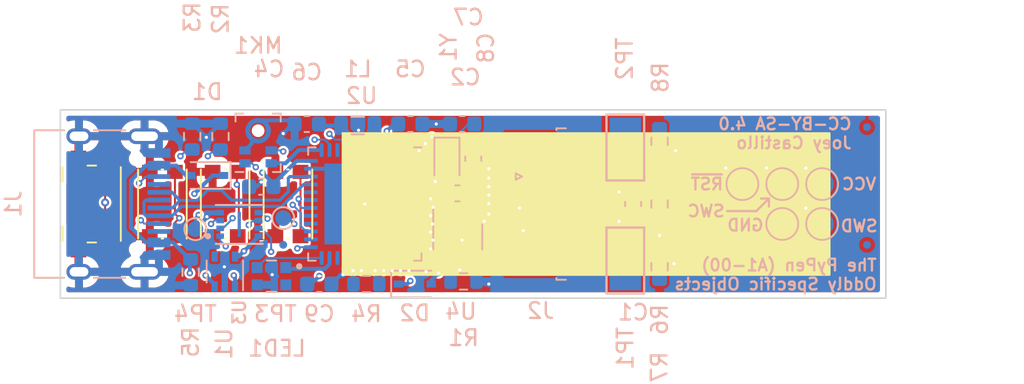
<source format=kicad_pcb>
(kicad_pcb (version 20211014) (generator pcbnew)
  (title_block (title "Stick thing") (date "2022-03-05") (rev "00") (company "Oddly Specific Objects"))
  (layers (0 "F.Cu" signal) (1 "In1.Cu" signal) (2 "In2.Cu" signal) (3 "In3.Cu" signal) (4 "In4.Cu" signal) (31 "B.Cu" signal) (34 "B.Paste" user) (35 "F.Paste" user) (36 "B.SilkS" user "B.Silkscreen") (37 "F.SilkS" user "F.Silkscreen") (38 "B.Mask" user) (39 "F.Mask" user) (44 "Edge.Cuts" user))
  (net 0 "")
  (net 1 "GND")
  (net 2 "/XIN32")
  (net 5 "VBUS")
  (net 6 "+BATT")
  (net 8 "/~{RESET}")
  (net 9 "/USB+")
  (net 10 "/USB-")
  (net 11 "/CC1")
  (net 12 "/CC2")
  (net 13 "/DISPLAY_SCK")
  (net 14 "/DISPLAY_MOSI")
  (net 15 "/DISPLAY_CS")
  (net 16 "/DISPLAY_EXTCOMIN")
  (net 17 "/DISPLAY_ENABLE")
  (net 18 "/SWCLK")
  (net 19 "/SWDIO")
  (net 20 "/XOUT32")
  (net 22 "/AUDIO+")
  (net 23 "/AUDIO-")
  (net 24 "/VSW")
  (net 25 "VCC")
  (net 27 "/MIC_POWER")
  (net 29 "/PROG")
  (net 30 "/QSPI_CS")
  (net 31 "/BUTTON_C")
  (net 32 "/QSPI0")
  (net 33 "/QSPI1")
  (net 34 "/QSPI2")
  (net 35 "/QSPI3")
  (net 36 "/QSPI_SCK")
  (net 43 "/PDM_DATA")
  (net 44 "/PDM_CLK")
  (net 46 "/LED_POWER")
  (net 47 "/NEOPIXEL")
  (net 48 "/VHI")
  (net 49 "/BUTTON_B")
  (net 50 "/BUTTON_A")
  (net 52 "/VDDCORE")
  (footprint "Button_Switch_SMD:SW_Push_1P1T_NO_CK_KMR2" (layer "F.Cu") (at 106.5 106 90)
    (fp_text reference "SW2" hide)
    (fp_text value "SW_Push" hide)
  )
  (footprint "Button_Switch_SMD:SW_Push_1P1T_NO_CK_KMR2" (layer "F.Cu") (at 110.5 106 90)
    (fp_text reference "SW3" hide)
    (fp_text value "SW_Push" hide)
  )
  (footprint "Button_Switch_SMD:SW_Push_1P1T_NO_CK_KMR2" (layer "F.Cu") (at 114.5 106 90)
    (fp_text reference "SW4" hide)
    (fp_text value "SW_Push" hide)
  )
  (footprint "Button_Switch_SMD:Panasonic_EVQPUJ_EVQPUA" (layer "F.Cu") (at 102 106 90)
    (fp_text reference "SW1" hide)
    (fp_text value "SW_Push" hide)
  )
  (footprint "Capacitor_SMD:C_0603_1608Metric" (layer "B.Cu") (at 112.8 104.9)
    (fp_text reference "C4")
    (fp_text value "1uF")
  )
  (footprint "Connector_FFC-FPC:TE_0-1734839-8_1x08-1MP_P0.5mm_Horizontal" (layer "B.Cu") (at 129.57 106 -90)
    (fp_text reference "J2")
    (fp_text value "Conn_01x08_Female")
  )
  (footprint "Sensor_Audio:Knowles_LGA-5_3.5x2.65mm" (layer "B.Cu") (at 112.6 102.1)
    (fp_text reference "MK1")
    (fp_text value "SPH0641LU4H-1")
  )
  (footprint "Resistor_SMD:R_0603_1608Metric" (layer "B.Cu") (at 125.69 110.93 180)
    (fp_text reference "R1")
    (fp_text value "20K")
  )
  (footprint "Oddly_Specific:Debug_Connector_Stacked" (layer "B.Cu") (at 146 106 -90)
    (fp_text reference "J3" hide)
    (fp_text value "Debug_Connector" hide)
  )
  (footprint "Diode_SMD:D_SOD-323" (layer "B.Cu") (at 109.35 104.18 180)
    (fp_text reference "D1")
    (fp_text value "D_Schottky")
  )
  (footprint "Resistor_SMD:R_0603_1608Metric" (layer "B.Cu") (at 110.2 101.7 90)
    (fp_text reference "R2")
    (fp_text value "5.1k")
  )
  (footprint "Inductor_SMD:L_0805_2012Metric" (layer "B.Cu") (at 118.95 101 180)
    (fp_text reference "L1")
    (fp_text value "10uH / Isat ≥ 500mA")
  )
  (footprint "Resistor_SMD:R_0603_1608Metric" (layer "B.Cu") (at 138.18 106 -90)
    (fp_text reference "R6")
    (fp_text value "10K")
  )
  (footprint "Diode_SMD:D_SOD-323" (layer "B.Cu") (at 122.58 111.1)
    (fp_text reference "D2")
    (fp_text value "D_Schottky")
  )
  (footprint "Connector_USB:USB_C_Receptacle_HRO_TYPE-C-31-M-12" (layer "B.Cu") (at 102.234 106 90)
    (fp_text reference "J1")
    (fp_text value "USB_C_Receptacle_USB2.0")
  )
  (footprint "Resistor_SMD:R_0603_1608Metric" (layer "B.Cu") (at 108.4 101.7 90)
    (fp_text reference "R3")
    (fp_text value "5.1k")
  )
  (footprint "Package_TO_SOT_SMD:SOT-23-5" (layer "B.Cu") (at 125.32 108.1 -90)
    (fp_text reference "U4")
    (fp_text value "MCP73831-2-OT")
  )
  (footprint "TestPoint:TestPoint_Pad_D1.0mm" (layer "B.Cu") (at 108.6 107.6 -90)
    (fp_text reference "TP4")
    (fp_text value "TestPoint")
  )
  (footprint "TestPoint:TestPoint_Keystone_5019_Minature" (layer "B.Cu") (at 136 109.6 90)
    (fp_text reference "TP1")
    (fp_text value "TestPoint")
  )
  (footprint "Resistor_SMD:R_0603_1608Metric" (layer "B.Cu") (at 138.18 110 90)
    (fp_text reference "R7")
    (fp_text value "10K")
  )
  (footprint "LED_SMD:LED_WS2812B_2.0x2.0mm" (layer "B.Cu") (at 113.45 110.6 180)
    (fp_text reference "LED1")
    (fp_text value "WS2812B")
  )
  (footprint "Crystal:Crystal_SMD_2012-2Pin_2.0x1.2mm" (layer "B.Cu") (at 124.63 102.97 -90)
    (fp_text reference "Y1")
    (fp_text value "32.768 kHz / CL=12.5pF")
  )
  (footprint "Capacitor_SMD:C_0603_1608Metric" (layer "B.Cu") (at 122.3 100.9 180)
    (fp_text reference "C5")
    (fp_text value "1uF")
  )
  (footprint "Fiducial:Fiducial_0.5mm_Mask1mm" (layer "B.Cu") (at 151.4 101.1 180)
    (fp_text reference "REF**" hide)
    (fp_text value "Fiducial_0.5mm_Mask1mm")
  )
  (footprint "Resistor_SMD:R_0603_1608Metric" (layer "B.Cu") (at 138.18 102 90)
    (fp_text reference "R8")
    (fp_text value "DNP")
  )
  (footprint "Package_DFN_QFN:QFN-48-1EP_7x7mm_P0.5mm_EP5.15x5.15mm" (layer "B.Cu") (at 119.4 106 180)
    (fp_text reference "U2")
    (fp_text value "ATSAML21G18B-MUT")
  )
  (footprint "Fiducial:Fiducial_0.5mm_Mask1mm" (layer "B.Cu") (at 151.4 108.6 180)
    (fp_text reference "REF**" hide)
    (fp_text value "Fiducial_0.5mm_Mask1mm")
  )
  (footprint "Package_TO_SOT_SMD:SOT-353_SC-70-5" (layer "B.Cu") (at 110.48 110.3 90)
    (fp_text reference "U1")
    (fp_text value "MIC5365-3.3YC5")
  )
  (footprint "TestPoint:TestPoint_Pad_D1.0mm" (layer "B.Cu") (at 114.2 106.9 180)
    (fp_text reference "TP3")
    (fp_text value "TestPoint")
  )
  (footprint "Capacitor_SMD:C_0603_1608Metric" (layer "B.Cu") (at 126.31 103.11 -90)
    (fp_text reference "C8")
    (fp_text value "TBD")
  )
  (footprint "Capacitor_SMD:C_0603_1608Metric" (layer "B.Cu") (at 136.5 106 90)
    (fp_text reference "C1")
    (fp_text value "10uF")
  )
  (footprint "Capacitor_SMD:C_0603_1608Metric" (layer "B.Cu") (at 115.7 100.9 180)
    (fp_text reference "C6")
    (fp_text value "1uF")
  )
  (footprint "Capacitor_SMD:C_0603_1608Metric" (layer "B.Cu") (at 125.6 100.9 180)
    (fp_text reference "C7")
    (fp_text value "TBD")
  )
  (footprint "SPI_Flash:PSON50P200X300X50-9N" (layer "B.Cu") (at 111.4 107.3)
    (fp_text reference "U3")
    (fp_text value "GD25Q16CEIGR")
  )
  (footprint "Capacitor_SMD:C_0603_1608Metric" (layer "B.Cu") (at 125.3 105.32 180)
    (fp_text reference "C2")
    (fp_text value "1uF")
  )
  (footprint "Capacitor_SMD:C_0603_1608Metric" (layer "B.Cu") (at 116.5 111.1)
    (fp_text reference "C9")
    (fp_text value "10uF")
  )
  (footprint "Fiducial:Fiducial_0.5mm_Mask1mm" (layer "B.Cu") (at 114.2 108.6 180)
    (fp_text reference "REF**" hide)
    (fp_text value "Fiducial_0.5mm_Mask1mm")
  )
  (footprint "TestPoint:TestPoint_Keystone_5019_Minature" (layer "B.Cu") (at 136 102.4 90)
    (fp_text reference "TP2")
    (fp_text value "TestPoint")
  )
  (footprint "Resistor_SMD:R_0603_1608Metric" (layer "B.Cu") (at 108.3 110.35 90)
    (fp_text reference "R5")
    (fp_text value "100K")
  )
  (footprint "Resistor_SMD:R_0603_1608Metric" (layer "B.Cu") (at 119.5 111.1)
    (fp_text reference "R4")
    (fp_text value "100K")
  )
  (gr_line (start 144.15 106.45) (end 142.5 106.45) (layer "B.SilkS") (width 0.15))
  (gr_line (start 145.15 105.65) (end 145.15 106.15) (layer "B.SilkS") (width 0.15))
  (gr_line (start 145.15 105.65) (end 144.35 106.45) (layer "B.SilkS") (width 0.15))
  (gr_line (start 145.15 105.65) (end 144.65 105.65) (layer "B.SilkS") (width 0.15))
  (gr_line (start 144.35 106.45) (end 144.15 106.45) (layer "B.SilkS") (width 0.15))
  (gr_rect (start 118 101.5) (end 149 110.5) (layer "F.SilkS") (width 0.15) (fill solid))
  (gr_rect (start 100 100) (end 152.6 112) (layer "Edge.Cuts") (width 0.1) (fill none))
  (gr_text "CC-BY-SA 4.0\nJoey Castillo" (at 150.5 101.5) (layer "B.SilkS") (effects (font (size 0.75 0.75)) (justify left mirror)))
  (gr_text "The PyPen (A1-00)\nOddly Specific Objects" (at 152.1 110.5) (layer "B.SilkS") (effects (font (size 0.75 0.75)) (justify left mirror)))
  (via (at 125.6 108.3) (size 0.4064) (drill 0.2032) (layers "F.Cu" "B.Cu") (net 1))
  (via (at 112.797578 104.59978) (size 0.4064) (drill 0.2032) (layers "F.Cu" "B.Cu") (net 1))
  (via (at 123.95 100.9) (size 0.4064) (drill 0.2032) (layers "F.Cu" "B.Cu") (net 1))
  (via (at 119.4 106) (size 0.4064) (drill 0.2032) (layers "F.Cu" "B.Cu") (net 1))
  (via (at 127.3 111.1) (size 0.4064) (drill 0.2032) (layers "F.Cu" "B.Cu") (net 1))
  (via (at 118 110.5) (size 0.4064) (drill 0.2032) (layers "F.Cu" "B.Cu") (net 1))
  (via (at 109.333878 106.80694) (size 0.4064) (drill 0.2032) (layers "F.Cu" "B.Cu") (net 1))
  (via (at 129.5 107.7) (size 0.4064) (drill 0.2032) (layers "F.Cu" "B.Cu") (net 1))
  (via (at 110.45 110) (size 0.4064) (drill 0.2032) (layers "F.Cu" "B.Cu") (net 1))
  (via (at 135.6 105.225) (size 0.4064) (drill 0.2032) (layers "F.Cu" "B.Cu") (net 1))
  (via (at 119 101.3) (size 0.4064) (drill 0.2032) (layers "F.Cu" "B.Cu") (net 1))
  (via (at 109.3 101.75) (size 0.4064) (drill 0.2032) (layers "F.Cu" "B.Cu") (net 1))
  (via (at 114.2 101.5068) (size 0.4064) (drill 0.2032) (layers "F.Cu" "B.Cu") (net 1))
  (via (at 123.3 110.3) (size 0.4064) (drill 0.2032) (layers "F.Cu" "B.Cu") (net 1))
  (via (at 113.5 110.5) (size 0.4064) (drill 0.2032) (layers "F.Cu" "B.Cu") (net 1))
  (via (at 127.3 103.75) (size 0.4064) (drill 0.2032) (layers "F.Cu" "B.Cu") (net 1))
  (segment (start 110.2 100.875) (end 110.175 100.875) (width 0.254) (layer "B.Cu") (net 1))
  (segment (start 127.3 103.75) (end 126.475 103.75) (width 0.254) (layer "B.Cu") (net 1))
  (segment (start 125.3 108) (end 125.6 108.3) (width 0.254) (layer "B.Cu") (net 1))
  (segment (start 144.73 106) (end 137.73 106) (width 0.254) (layer "B.Cu") (net 1))
  (segment (start 117.875 110.5) (end 117.275 111.1) (width 0.254) (layer "B.Cu") (net 1))
  (segment (start 110.175 100.875) (end 109.3 101.75) (width 0.254) (layer "B.Cu") (net 1))
  (segment (start 118 110.5) (end 117.875 110.5) (width 0.254) (layer "B.Cu") (net 1))
  (segment (start 122.8375 105.25) (end 120.15 105.25) (width 0.254) (layer "B.Cu") (net 1))
  (segment (start 129.45 107.75) (end 129.5 107.7) (width 0.254) (layer "B.Cu") (net 1))
  (segment (start 112.2 102.1445) (end 112.2 102.05) (width 0.254) (layer "B.Cu") (net 1))
  (segment (start 109.333878 106.80694) (end 109.590818 106.55) (width 0.2) (layer "B.Cu") (net 1))
  (segment (start 137.244313 104.994313) (end 137.013626 105.225) (width 0.254) (layer "B.Cu") (net 1))
  (segment (start 138.18 104.058626) (end 137.244313 104.994313) (width 0.254) (layer "B.Cu") (net 1))
  (segment (start 136.5 105.225) (end 135.6 105.225) (width 0.5) (layer "B.Cu") (net 1))
  (segment (start 108.4 100.875) (end 108.425 100.875) (width 0.254) (layer "B.Cu") (net 1))
  (segment (start 125.3 107.1125) (end 125.3 108) (width 0.254) (layer "B.Cu") (net 1))
  (segment (start 120.15 105.25) (end 119.4 106) (width 0.254) (layer "B.Cu") (net 1))
  (segment (start 108.425 100.875) (end 109.3 101.75) (width 0.254) (layer "B.Cu") (net 1))
  (segment (start 136.5 103.7) (end 136.5 105.225) (width 0.5) (layer "B.Cu") (net 1))
  (segment (start 137.013626 105.225) (end 136.5 105.225) (width 0.254) (layer "B.Cu") (net 1))
  (segment (start 112.497358 104.9) (end 112.797578 104.59978) (width 0.254) (layer "B.Cu") (net 1))
  (segment (start 114.925 100.9) (end 114.8068 100.9) (width 0.254) (layer "B.Cu") (net 1))
  (segment (start 119.15 102.5625) (end 119.15 105.75) (width 0.254) (layer "B.Cu") (net 1))
  (segment (start 136 103.2) (end 136.5 103.7) (width 0.254) (layer "B.Cu") (net 1))
  (segment (start 115.9625 103.75) (end 117.15 103.75) (width 0.254) (layer "B.Cu") (net 1))
  (segment (start 136.955 105.225) (end 136.5 105.225) (width 0.254) (layer "B.Cu") (net 1))
  (segment (start 146 107.27) (end 144.73 106) (width 0.254) (layer "B.Cu") (net 1))
  (segment (start 111.7625 102.582) (end 112.2 102.1445) (width 0.254) (layer "B.Cu") (net 1))
  (segment (start 126.475 103.75) (end 126.3 103.925) (width 0.254) (layer "B.Cu") (net 1))
  (segment (start 138.18 102.825) (end 138.18 104.058626) (width 0.254) (layer "B.Cu") (net 1))
  (segment (start 119.65 109.4375) (end 119.65 106.25) (width 0.254) (layer "B.Cu") (net 1))
  (segment (start 109.590818 106.55) (end 110.18 106.55) (width 0.2) (layer "B.Cu") (net 1))
  (segment (start 117.15 103.75) (end 119.65 106.25) (width 0.254) (layer "B.Cu") (net 1))
  (segment (start 126.325 111.1) (end 127.3 111.1) (width 0.254) (layer "B.Cu") (net 1))
  (segment (start 137.73 106) (end 136.955 105.225) (width 0.254) (layer "B.Cu") (net 1))
  (segment (start 136 102.4) (end 136 103.2) (width 0.254) (layer "B.Cu") (net 1))
  (segment (start 119.15 102.5625) (end 119.15 101.45) (width 0.254) (layer "B.Cu") (net 1))
  (segment (start 114.8068 100.9) (end 114.2 101.5068) (width 0.254) (layer "B.Cu") (net 1))
  (segment (start 128.22 107.75) (end 129.45 107.75) (width 0.254) (layer "B.Cu") (net 1))
  (segment (start 112.025 104.9) (end 112.497358 104.9) (width 0.254) (layer "B.Cu") (net 1))
  (segment (start 119.15 101.45) (end 119 101.3) (width 0.254) (layer "B.Cu") (net 1))
  (segment (start 112.6 100.6675) (end 114.6925 100.6675) (width 0.254) (layer "B.Cu") (net 1))
  (segment (start 114.6925 100.6675) (end 114.925 100.9) (width 0.254) (layer "B.Cu") (net 1))
  (segment (start 126 100.9) (end 126.375 100.9) (width 0.127) (layer "B.Cu") (net 2))
  (segment (start 124.6 102.35) (end 124.6 102.3) (width 0.127) (layer "B.Cu") (net 2))
  (segment (start 124.6 102.3) (end 126 100.9) (width 0.127) (layer "B.Cu") (net 2))
  (segment (start 122.8375 103.25) (end 123.7 103.25) (width 0.127) (layer "B.Cu") (net 2))
  (segment (start 123.7 103.25) (end 124.6 102.35) (width 0.127) (layer "B.Cu") (net 2))
  (via (at 108.25 110.4) (size 0.4064) (drill 0.2032) (layers "F.Cu" "B.Cu") (net 5))
  (via (at 125.45 110.2) (size 0.4064) (drill 0.2032) (layers "F.Cu" "B.Cu") (net 5))
  (segment (start 108.3 109.575) (end 107.175 108.45) (width 0.254) (layer "B.Cu") (net 5))
  (segment (start 105.45 103.55) (end 104.5 104.5) (width 0.254) (layer "B.Cu") (net 5))
  (segment (start 105.45 108.45) (end 106.279 108.45) (width 0.254) (layer "B.Cu") (net 5))
  (segment (start 126.25 109.3875) (end 126.25 109.4) (width 0.254) (layer "B.Cu") (net 5))
  (segment (start 106.279 103.55) (end 105.45 103.55) (width 0.254) (layer "B.Cu") (net 5))
  (segment (start 104.5 107.5) (end 105.45 108.45) (width 0.254) (layer "B.Cu") (net 5))
  (segment (start 108.25 109.575) (end 108.3 109.525) (width 0.254) (layer "B.Cu") (net 5))
  (segment (start 108.01 104.18) (end 107.38 103.55) (width 0.254) (layer "B.Cu") (net 5))
  (segment (start 107.38 103.55) (end 106.279 103.55) (width 0.254) (layer "B.Cu") (net 5))
  (segment (start 107.175 108.45) (end 106.279 108.45) (width 0.254) (layer "B.Cu") (net 5))
  (segment (start 126.25 109.4) (end 125.45 110.2) (width 0.254) (layer "B.Cu") (net 5))
  (segment (start 108.3 104.18) (end 108.01 104.18) (width 0.254) (layer "B.Cu") (net 5))
  (segment (start 104.5 104.5) (end 104.5 107.5) (width 0.254) (layer "B.Cu") (net 5))
  (segment (start 108.25 110.4) (end 108.25 109.575) (width 0.254) (layer "B.Cu") (net 5))
  (via (at 124.1 110.4) (size 0.4064) (drill 0.2032) (layers "F.Cu" "B.Cu") (net 6))
  (via (at 135.6 107.1) (size 0.4064) (drill 0.2032) (layers "F.Cu" "B.Cu") (net 6))
  (via (at 127 107.1) (size 0.4064) (drill 0.2032) (layers "F.Cu" "B.Cu") (net 6))
  (segment (start 135.6 109.2) (end 136 109.6) (width 0.254) (layer "B.Cu") (net 6))
  (segment (start 126.9875 107.1125) (end 127 107.1) (width 0.254) (layer "B.Cu") (net 6))
  (segment (start 124.1 110.4) (end 123.63 110.87) (width 0.254) (layer "B.Cu") (net 6))
  (segment (start 123.63 110.87) (end 123.63 111.1) (width 0.254) (layer "B.Cu") (net 6))
  (segment (start 126.25 107.1125) (end 126.9875 107.1125) (width 0.254) (layer "B.Cu") (net 6))
  (segment (start 135.6 106.775) (end 135.6 107.1) (width 0.5) (layer "B.Cu") (net 6))
  (segment (start 136.5 106.775) (end 135.6 106.775) (width 0.5) (layer "B.Cu") (net 6))
  (segment (start 135.6 107.1) (end 135.6 109.2) (width 0.5) (layer "B.Cu") (net 6))
  (segment (start 102.85 103.375) (end 102.85 108.625) (width 0.127) (layer "F.Cu") (net 8))
  (via (at 142.4 103.7) (size 0.4064) (drill 0.2032) (layers "F.Cu" "B.Cu") (net 8))
  (via (at 102.85 105.9) (size 0.508) (drill 0.254) (layers "F.Cu" "B.Cu") (net 8))
  (via (at 117.141105 101.53088) (size 0.4064) (drill 0.2032) (layers "F.Cu" "B.Cu") (net 8))
  (segment (start 117.141105 101.53088) (end 117.510225 101.9) (width 0.127) (layer "B.Cu") (net 8))
  (segment (start 117.95 101.9) (end 118.15 102.1) (width 0.127) (layer "B.Cu") (net 8))
  (segment (start 138.18 105.175) (end 140.925 105.175) (width 0.127) (layer "B.Cu") (net 8))
  (segment (start 143.46 104.73) (end 142.43 103.7) (width 0.127) (layer "B.Cu") (net 8))
  (segment (start 117.510225 101.9) (end 117.95 101.9) (width 0.127) (layer "B.Cu") (net 8))
  (segment (start 140.925 105.175) (end 142.4 103.7) (width 0.127) (layer "B.Cu") (net 8))
  (segment (start 118.15 102.1) (end 118.15 102.5625) (width 0.127) (layer "B.Cu") (net 8))
  (segment (start 142.43 103.7) (end 142.4 103.7) (width 0.127) (layer "B.Cu") (net 8))
  (segment (start 107.105494 105.25) (end 107.628974 105.77348) (width 0.2) (layer "B.Cu") (net 9))
  (segment (start 108.72652 105.77348) (end 109.38 105.12) (width 0.2) (layer "B.Cu") (net 9))
  (segment (start 114.625 104.25) (end 115.9625 104.25) (width 0.2) (layer "B.Cu") (net 9))
  (segment (start 114.525 105.21323) (end 114.525 104.35) (width 0.2) (layer "B.Cu") (net 9))
  (segment (start 107.145253 106.25) (end 106.279 106.25) (width 0.2) (layer "B.Cu") (net 9))
  (segment (start 113.98823 105.75) (end 114.525 105.21323) (width 0.2) (layer "B.Cu") (net 9))
  (segment (start 107.621772 105.77348) (end 108.72652 105.77348) (width 0.2) (layer "B.Cu") (net 9))
  (segment (start 110.27 105.12) (end 110.9 105.75) (width 0.2) (layer "B.Cu") (net 9))
  (segment (start 110.9 105.75) (end 113.98823 105.75) (width 0.2) (layer "B.Cu") (net 9))
  (segment (start 114.525 104.35) (end 114.625 104.25) (width 0.2) (layer "B.Cu") (net 9))
  (segment (start 106.279 105.25) (end 107.105494 105.25) (width 0.2) (layer "B.Cu") (net 9))
  (segment (start 107.621772 105.77348) (end 107.145253 106.25) (width 0.2) (layer "B.Cu") (net 9))
  (segment (start 109.38 105.12) (end 110.27 105.12) (width 0.2) (layer "B.Cu") (net 9))
  (segment (start 115.5 104.75) (end 114.10152 106.14848) (width 0.2) (layer "B.Cu") (net 10))
  (segment (start 106.279 105.75) (end 105.450978 105.75) (width 0.2) (layer "B.Cu") (net 10))
  (segment (start 105.450978 106.75) (end 106.279 106.75) (width 0.2) (layer "B.Cu") (net 10))
  (segment (start 114.10152 106.14848) (end 107.72652 106.14848) (width 0.2) (layer "B.Cu") (net 10))
  (segment (start 107.72652 106.14848) (end 107.125 106.75) (width 0.2) (layer "B.Cu") (net 10))
  (segment (start 105.450978 105.75) (end 105.327489 105.873489) (width 0.2) (layer "B.Cu") (net 10))
  (segment (start 105.327489 106.626511) (end 105.450978 106.75) (width 0.2) (layer "B.Cu") (net 10))
  (segment (start 115.9625 104.75) (end 115.5 104.75) (width 0.2) (layer "B.Cu") (net 10))
  (segment (start 107.125 106.75) (end 106.279 106.75) (width 0.2) (layer "B.Cu") (net 10))
  (segment (start 105.327489 105.873489) (end 105.327489 106.626511) (width 0.2) (layer "B.Cu") (net 10))
  (via (at 105.12554 107.032251) (size 0.4064) (drill 0.2032) (layers "F.Cu" "B.Cu") (net 11))
  (via (at 109.4 102.95) (size 0.4064) (drill 0.2032) (layers "F.Cu" "B.Cu") (net 11))
  (segment (start 109.825 102.525) (end 109.4 102.95) (width 0.127) (layer "B.Cu") (net 11))
  (segment (start 105.343289 107.25) (end 105.12554 107.032251) (width 0.127) (layer "B.Cu") (net 11))
  (segment (start 110.2 102.525) (end 109.825 102.525) (width 0.127) (layer "B.Cu") (net 11))
  (segment (start 106.279 107.25) (end 105.343289 107.25) (width 0.127) (layer "B.Cu") (net 11))
  (via (at 105.017114 104.674328) (size 0.4064) (drill 0.2032) (layers "F.Cu" "B.Cu") (net 12))
  (via (at 107.65 102.95) (size 0.4064) (drill 0.2032) (layers "F.Cu" "B.Cu") (net 12))
  (segment (start 108.075 102.525) (end 107.65 102.95) (width 0.127) (layer "B.Cu") (net 12))
  (segment (start 106.279 104.25) (end 105.441442 104.25) (width 0.127) (layer "B.Cu") (net 12))
  (segment (start 108.4 102.525) (end 108.075 102.525) (width 0.127) (layer "B.Cu") (net 12))
  (segment (start 105.441442 104.25) (end 105.017114 104.674328) (width 0.127) (layer "B.Cu") (net 12))
  (via (at 127.3 104.35) (size 0.4064) (drill 0.2032) (layers "F.Cu" "B.Cu") (net 13))
  (via (at 123.6 106.739603) (size 0.4064) (drill 0.2032) (layers "F.Cu" "B.Cu") (net 13))
  (segment (start 127.4 104.25) (end 127.3 104.35) (width 0.127) (layer "B.Cu") (net 13))
  (segment (start 123.6 106.739603) (end 123.589603 106.75) (width 0.127) (layer "B.Cu") (net 13))
  (segment (start 123.589603 106.75) (end 122.8375 106.75) (width 0.127) (layer "B.Cu") (net 13))
  (segment (start 128.22 104.25) (end 127.4 104.25) (width 0.127) (layer "B.Cu") (net 13))
  (segment (start 125.062623 104.894486) (end 127.3 104.894486) (width 0.127) (layer "F.Cu") (net 14))
  (segment (start 123.750409 106.2067) (end 125.062623 104.894486) (width 0.127) (layer "F.Cu") (net 14))
  (via (at 127.3 104.894486) (size 0.4064) (drill 0.2032) (layers "F.Cu" "B.Cu") (net 14))
  (via (at 123.750409 106.2067) (size 0.4064) (drill 0.2032) (layers "F.Cu" "B.Cu") (net 14))
  (segment (start 127.444486 104.75) (end 127.3 104.894486) (width 0.127) (layer "B.Cu") (net 14))
  (segment (start 123.707109 106.25) (end 122.8375 106.25) (width 0.127) (layer "B.Cu") (net 14))
  (segment (start 128.22 104.75) (end 127.444486 104.75) (width 0.127) (layer "B.Cu") (net 14))
  (segment (start 123.750409 106.2067) (end 123.707109 106.25) (width 0.127) (layer "B.Cu") (net 14))
  (via (at 123.745734 108.301197) (size 0.4064) (drill 0.2032) (layers "F.Cu" "B.Cu") (net 15))
  (via (at 127.3 105.431069) (size 0.4064) (drill 0.2032) (layers "F.Cu" "B.Cu") (net 15))
  (segment (start 123.745734 108.301197) (end 123.694537 108.25) (width 0.127) (layer "B.Cu") (net 15))
  (segment (start 127.481069 105.25) (end 127.3 105.431069) (width 0.127) (layer "B.Cu") (net 15))
  (segment (start 128.22 105.25) (end 127.481069 105.25) (width 0.127) (layer "B.Cu") (net 15))
  (segment (start 123.694537 108.25) (end 122.8375 108.25) (width 0.127) (layer "B.Cu") (net 15))
  (via (at 122.85 102.6) (size 0.4064) (drill 0.2032) (layers "F.Cu" "B.Cu") (net 16))
  (via (at 127.3 105.9715) (size 0.4064) (drill 0.2032) (layers "F.Cu" "B.Cu") (net 16))
  (segment (start 127.3215 105.9715) (end 127.3 105.9715) (width 0.127) (layer "B.Cu") (net 16))
  (segment (start 128.22 105.75) (end 127.543 105.75) (width 0.127) (layer "B.Cu") (net 16))
  (segment (start 127.543 105.75) (end 127.3215 105.9715) (width 0.127) (layer "B.Cu") (net 16))
  (segment (start 121.65 102.5625) (end 122.15 102.5625) (width 0.127) (layer "B.Cu") (net 16))
  (segment (start 122.15 102.5625) (end 122.8125 102.5625) (width 0.127) (layer "B.Cu") (net 16))
  (segment (start 122.8125 102.5625) (end 122.85 102.6) (width 0.127) (layer "B.Cu") (net 16))
  (via (at 123.6 108.859137) (size 0.4064) (drill 0.2032) (layers "F.Cu" "B.Cu") (net 17))
  (via (at 139.2 102.6) (size 0.4064) (drill 0.2032) (layers "F.Cu" "B.Cu") (net 17))
  (via (at 129.25 106.25) (size 0.4064) (drill 0.2032) (layers "F.Cu" "B.Cu") (net 17))
  (segment (start 138.18 101.175) (end 139.2 102.195) (width 0.127) (layer "B.Cu") (net 17))
  (segment (start 139.2 102.195) (end 139.2 102.6) (width 0.127) (layer "B.Cu") (net 17))
  (segment (start 123.6 108.859137) (end 123.490863 108.75) (width 0.127) (layer "B.Cu") (net 17))
  (segment (start 123.490863 108.75) (end 122.8375 108.75) (width 0.127) (layer "B.Cu") (net 17))
  (segment (start 129.25 106.25) (end 128.22 106.25) (width 0.127) (layer "B.Cu") (net 17))
  (via (at 145 103.7) (size 0.4064) (drill 0.2032) (layers "F.Cu" "B.Cu") (net 18))
  (via (at 123.666432 101.713027) (size 0.4064) (drill 0.2032) (layers "F.Cu" "B.Cu") (net 18))
  (via (at 139.1 109.8) (size 0.4064) (drill 0.2032) (layers "F.Cu" "B.Cu") (net 18))
  (segment (start 145 103.73) (end 145 103.7) (width 0.127) (layer "B.Cu") (net 18))
  (segment (start 121.163704 101.56502) (end 123.518425 101.56502) (width 0.127) (layer "B.Cu") (net 18))
  (segment (start 120.65 102.078724) (end 121.163704 101.56502) (width 0.127) (layer "B.Cu") (net 18))
  (segment (start 139.1 109.8) (end 139.1 110) (width 0.127) (layer "B.Cu") (net 18))
  (segment (start 146 104.73) (end 145 103.73) (width 0.127) (layer "B.Cu") (net 18))
  (segment (start 139.1 110) (end 138.275 110.825) (width 0.127) (layer "B.Cu") (net 18))
  (segment (start 123.518425 101.56502) (end 123.666432 101.713027) (width 0.127) (layer "B.Cu") (net 18))
  (segment (start 120.65 102.5625) (end 120.65 102.078724) (width 0.127) (layer "B.Cu") (net 18))
  (segment (start 138.275 110.825) (end 138.18 110.825) (width 0.127) (layer "B.Cu") (net 18))
  (via (at 147.5 106.25) (size 0.4064) (drill 0.2032) (layers "F.Cu" "B.Cu") (net 19))
  (via (at 123.25 102.15) (size 0.4064) (drill 0.2032) (layers "F.Cu" "B.Cu") (net 19))
  (segment (start 122.91854 101.81854) (end 121.38146 101.81854) (width 0.127) (layer "B.Cu") (net 19))
  (segment (start 123.25 102.15) (end 122.91854 101.81854) (width 0.127) (layer "B.Cu") (net 19))
  (segment (start 148.54 107.27) (end 147.52 106.25) (width 0.127) (layer "B.Cu") (net 19))
  (segment (start 121.15 102.05) (end 121.15 102.5625) (width 0.127) (layer "B.Cu") (net 19))
  (segment (start 121.38146 101.81854) (end 121.15 102.05) (width 0.127) (layer "B.Cu") (net 19))
  (segment (start 147.52 106.25) (end 147.5 106.25) (width 0.127) (layer "B.Cu") (net 19))
  (segment (start 124.975 103.7) (end 126.3 102.375) (width 0.127) (layer "B.Cu") (net 20))
  (segment (start 122.8375 103.75) (end 124.55 103.75) (width 0.127) (layer "B.Cu") (net 20))
  (segment (start 124.6 103.7) (end 124.975 103.7) (width 0.127) (layer "B.Cu") (net 20))
  (segment (start 124.55 103.75) (end 124.6 103.7) (width 0.127) (layer "B.Cu") (net 20))
  (via (at 123.591445 107.791118) (size 0.4064) (drill 0.2032) (layers "F.Cu" "B.Cu") (net 22))
  (via (at 108.811819 106.699989) (size 0.4064) (drill 0.2032) (layers "F.Cu" "B.Cu") (net 22))
  (segment (start 108.811819 106.699989) (end 108.6 106.911808) (width 0.2) (layer "B.Cu") (net 22))
  (segment (start 108.6 106.911808) (end 108.6 107.6) (width 0.2) (layer "B.Cu") (net 22))
  (segment (start 123.550327 107.75) (end 122.8375 107.75) (width 0.2) (layer "B.Cu") (net 22))
  (segment (start 123.591445 107.791118) (end 123.550327 107.75) (width 0.2) (layer "B.Cu") (net 22))
  (via (at 123.7203 107.272119) (size 0.4064) (drill 0.2032) (layers "F.Cu" "B.Cu") (net 23))
  (via (at 114.9068 107.270298) (size 0.4064) (drill 0.2032) (layers "F.Cu" "B.Cu") (net 23))
  (segment (start 123.698181 107.25) (end 122.8375 107.25) (width 0.2) (layer "B.Cu") (net 23))
  (segment (start 123.7203 107.272119) (end 123.698181 107.25) (width 0.2) (layer "B.Cu") (net 23))
  (segment (start 114.2 106.9) (end 114.536502 106.9) (width 0.2) (layer "B.Cu") (net 23))
  (segment (start 114.536502 106.9) (end 114.9068 107.270298) (width 0.2) (layer "B.Cu") (net 23))
  (segment (start 119.65 101.3625) (end 120.0125 101) (width 0.254) (layer "B.Cu") (net 24))
  (segment (start 119.65 102.5625) (end 119.65 101.3625) (width 0.254) (layer "B.Cu") (net 24))
  (via (at 120.8 101.35) (size 0.4064) (drill 0.2032) (layers "F.Cu" "B.Cu") (net 25))
  (via (at 127.3 106.6433) (size 0.4064) (drill 0.2032) (layers "F.Cu" "B.Cu") (net 25))
  (via (at 147.5 103.7) (size 0.4064) (drill 0.2032) (layers "F.Cu" "B.Cu") (net 25))
  (via (at 112.870298 104) (size 0.4064) (drill 0.2032) (layers "F.Cu" "B.Cu") (net 25))
  (via (at 116.5 110.58522) (size 0.4064) (drill 0.2032) (layers "F.Cu" "B.Cu") (net 25))
  (via (at 120.05 110.25) (size 0.4064) (drill 0.2032) (layers "F.Cu" "B.Cu") (net 25))
  (via (at 138.18 108) (size 0.4064) (drill 0.2032) (layers "F.Cu" "B.Cu") (net 25))
  (via (at 123.6 105.673797) (size 0.4064) (drill 0.2032) (layers "F.Cu" "B.Cu") (net 25))
  (via (at 111.7 109) (size 0.4064) (drill 0.2032) (layers "F.Cu" "B.Cu") (net 25))
  (segment (start 120.8 101.48039) (end 120.8 101.35) (width 0.254) (layer "B.Cu") (net 25))
  (segment (start 128.22 106.75) (end 127.4067 106.75) (width 0.254) (layer "B.Cu") (net 25))
  (segment (start 120.15 110.25) (end 120.05 110.25) (width 0.254) (layer "B.Cu") (net 25))
  (segment (start 123.6 105.673797) (end 123.6 104.95) (width 0.254) (layer "B.Cu") (net 25))
  (segment (start 138.18 109.175) (end 138.18 108) (width 0.254) (layer "B.Cu") (net 25))
  (segment (start 123.4 104.75) (end 122.8375 104.75) (width 0.254) (layer "B.Cu") (net 25))
  (segment (start 120.15 102.5625) (end 120.15 102.13039) (width 0.254) (layer "B.Cu") (net 25))
  (segment (start 138.18 106.825) (end 138.18 108) (width 0.254) (layer "B.Cu") (net 25))
  (segment (start 120.15 110.925) (end 120.325 111.1) (width 0.254) (layer "B.Cu") (net 25))
  (segment (start 115.98522 111.1) (end 115.725 111.1) (width 0.254) (layer "B.Cu") (net 25))
  (segment (start 123.676203 105.75) (end 123.6 105.673797) (width 0.254) (layer "B.Cu") (net 25))
  (segment (start 111.35 109.35) (end 111.13 109.35) (width 0.254) (layer "B.Cu") (net 25))
  (segment (start 111.7 109) (end 112.62 108.08) (width 0.254) (layer "B.Cu") (net 25))
  (segment (start 123.6 104.95) (end 123.4 104.75) (width 0.254) (layer "B.Cu") (net 25))
  (segment (start 123.7 105.75) (end 123.676203 105.75) (width 0.254) (layer "B.Cu") (net 25))
  (segment (start 123.7 105.75) (end 124.175 105.75) (width 0.254) (layer "B.Cu") (net 25))
  (segment (start 112.870298 104) (end 113.575 104.704702) (width 0.254) (layer "B.Cu") (net 25))
  (segment (start 120.15 110.25) (end 120.15 110.925) (width 0.254) (layer "B.Cu") (net 25))
  (segment (start 124.175 105.75) (end 124.525 105.4) (width 0.254) (layer "B.Cu") (net 25))
  (segment (start 120.15 102.13039) (end 120.8 101.48039) (width 0.254) (layer "B.Cu") (net 25))
  (segment (start 122.8375 105.75) (end 123.7 105.75) (width 0.254) (layer "B.Cu") (net 25))
  (segment (start 111.7 109) (end 111.35 109.35) (width 0.254) (layer "B.Cu") (net 25))
  (segment (start 148.53 104.73) (end 147.5 103.7) (width 0.254) (layer "B.Cu") (net 25))
  (segment (start 112.62 108.08) (end 112.62 108.05) (width 0.254) (layer "B.Cu") (net 25))
  (segment (start 148.54 104.73) (end 148.53 104.73) (width 0.254) (layer "B.Cu") (net 25))
  (segment (start 115.05 103.25) (end 113.575 104.725) (width 0.254) (layer "B.Cu") (net 25))
  (segment (start 121.25 100.9) (end 120.8 101.35) (width 0.254) (layer "B.Cu") (net 25))
  (segment (start 115.9625 103.25) (end 115.05 103.25) (width 0.254) (layer "B.Cu") (net 25))
  (segment (start 113.575 104.704702) (end 113.575 104.9) (width 0.254) (layer "B.Cu") (net 25))
  (segment (start 121.525 100.9) (end 121.25 100.9) (width 0.254) (layer "B.Cu") (net 25))
  (segment (start 127.4067 106.75) (end 127.3 106.6433) (width 0.254) (layer "B.Cu") (net 25))
  (segment (start 120.15 109.4375) (end 120.15 110.25) (width 0.254) (layer "B.Cu") (net 25))
  (segment (start 116.5 110.58522) (end 115.98522 111.1) (width 0.254) (layer "B.Cu") (net 25))
  (segment (start 114.346 103.404) (end 113.5375 103.404) (width 0.254) (layer "B.Cu") (net 27))
  (segment (start 115.1875 102.5625) (end 114.346 103.404) (width 0.254) (layer "B.Cu") (net 27))
  (segment (start 116.65 102.5625) (end 115.1875 102.5625) (width 0.254) (layer "B.Cu") (net 27))
  (segment (start 124.37 109.57) (end 124.865 110.065) (width 0.127) (layer "B.Cu") (net 29))
  (segment (start 124.37 109.2375) (end 124.37 109.57) (width 0.127) (layer "B.Cu") (net 29))
  (segment (start 124.865 110.065) (end 124.865 110.93) (width 0.127) (layer "B.Cu") (net 29))
  (via (at 110.532184 108.692297) (size 0.4064) (drill 0.2032) (layers "F.Cu" "B.Cu") (net 30))
  (via (at 118.65 110.25) (size 0.4064) (drill 0.2032) (layers "F.Cu" "B.Cu") (net 30))
  (segment (start 110.18 108.05) (end 110.18 108.340113) (width 0.127) (layer "B.Cu") (net 30))
  (segment (start 118.65 110.25) (end 118.65 111.075) (width 0.127) (layer "B.Cu") (net 30))
  (segment (start 118.65 111.075) (end 118.675 111.1) (width 0.127) (layer "B.Cu") (net 30))
  (segment (start 110.18 108.340113) (end 110.532184 108.692297) (width 0.127) (layer "B.Cu") (net 30))
  (segment (start 118.65 109.4375) (end 118.65 110.25) (width 0.127) (layer "B.Cu") (net 30))
  (segment (start 107.3 103.95) (end 107.3 106.620526) (width 0.127) (layer "F.Cu") (net 31))
  (segment (start 107.3 106.620526) (end 107.581081 106.901607) (width 0.127) (layer "F.Cu") (net 31))
  (segment (start 107.3 107.182688) (end 107.581081 106.901607) (width 0.127) (layer "F.Cu") (net 31))
  (segment (start 107.3 108.05) (end 107.3 107.182688) (width 0.127) (layer "F.Cu") (net 31))
  (via (at 123.89 104.57) (size 0.4064) (drill 0.2032) (layers "F.Cu" "B.Cu") (net 31))
  (via (at 107.581081 106.901607) (size 0.4064) (drill 0.2032) (layers "F.Cu" "B.Cu") (net 31))
  (segment (start 123.57 104.25) (end 122.8375 104.25) (width 0.127) (layer "B.Cu") (net 31))
  (segment (start 123.89 104.57) (end 123.57 104.25) (width 0.127) (layer "B.Cu") (net 31))
  (via (at 122.205409 110.25) (size 0.4064) (drill 0.2032) (layers "F.Cu" "B.Cu") (net 32))
  (via (at 113.1947 106.933865) (size 0.4064) (drill 0.2032) (layers "F.Cu" "B.Cu") (net 32))
  (segment (start 113.1947 106.933865) (end 112.810835 106.55) (width 0.127) (layer "B.Cu") (net 32))
  (segment (start 122.15 109.4375) (end 122.15 110.194591) (width 0.127) (layer "B.Cu") (net 32))
  (segment (start 122.15 110.194591) (end 122.205409 110.25) (width 0.127) (layer "B.Cu") (net 32))
  (segment (start 112.810835 106.55) (end 112.62 106.55) (width 0.127) (layer "B.Cu") (net 32))
  (via (at 121.672506 110.25) (size 0.4064) (drill 0.2032) (layers "F.Cu" "B.Cu") (net 33))
  (via (at 110.970298 106.9) (size 0.4064) (drill 0.2032) (layers "F.Cu" "B.Cu") (net 33))
  (segment (start 121.65 109.4375) (end 121.65 110.227494) (width 0.127) (layer "B.Cu") (net 33))
  (segment (start 110.970298 106.940229) (end 110.360527 107.55) (width 0.127) (layer "B.Cu") (net 33))
  (segment (start 110.970298 106.9) (end 110.970298 106.940229) (width 0.127) (layer "B.Cu") (net 33))
  (segment (start 121.65 110.227494) (end 121.672506 110.25) (width 0.127) (layer "B.Cu") (net 33))
  (segment (start 110.360527 107.55) (end 110.18 107.55) (width 0.127) (layer "B.Cu") (net 33))
  (via (at 121.139603 110.25) (size 0.4064) (drill 0.2032) (layers "F.Cu" "B.Cu") (net 34))
  (via (at 109.6 107.270298) (size 0.4064) (drill 0.2032) (layers "F.Cu" "B.Cu") (net 34))
  (segment (start 109.820298 107.05) (end 110.18 107.05) (width 0.127) (layer "B.Cu") (net 34))
  (segment (start 109.6 107.270298) (end 109.820298 107.05) (width 0.127) (layer "B.Cu") (net 34))
  (segment (start 121.15 109.4375) (end 121.15 110.239603) (width 0.127) (layer "B.Cu") (net 34))
  (segment (start 121.15 110.239603) (end 121.139603 110.25) (width 0.127) (layer "B.Cu") (net 34))
  (via (at 120.6067 110.25) (size 0.4064) (drill 0.2032) (layers "F.Cu" "B.Cu") (net 35))
  (via (at 113.428035 109.0443) (size 0.4064) (drill 0.2032) (layers "F.Cu" "B.Cu") (net 35))
  (segment (start 120.65 110.2067) (end 120.6067 110.25) (width 0.127) (layer "B.Cu") (net 35))
  (segment (start 112.800527 107.55) (end 112.62 107.55) (width 0.127) (layer "B.Cu") (net 35))
  (segment (start 113.428035 109.0443) (end 113.428035 108.177508) (width 0.127) (layer "B.Cu") (net 35))
  (segment (start 120.65 109.4375) (end 120.65 110.2067) (width 0.127) (layer "B.Cu") (net 35))
  (segment (start 113.428035 108.177508) (end 112.800527 107.55) (width 0.127) (layer "B.Cu") (net 35))
  (via (at 119.182903 110.25) (size 0.4064) (drill 0.2032) (layers "F.Cu" "B.Cu") (net 36))
  (via (at 111.997821 107.336238) (size 0.4064) (drill 0.2032) (layers "F.Cu" "B.Cu") (net 36))
  (segment (start 111.997821 107.336238) (end 112.284059 107.05) (width 0.127) (layer "B.Cu") (net 36))
  (segment (start 119.182903 110.25) (end 119.15 110.217097) (width 0.127) (layer "B.Cu") (net 36))
  (segment (start 112.284059 107.05) (end 112.62 107.05) (width 0.127) (layer "B.Cu") (net 36))
  (segment (start 119.15 110.217097) (end 119.15 109.4375) (width 0.127) (layer "B.Cu") (net 36))
  (via (at 114.803844 106.053844) (size 0.4064) (drill 0.2032) (layers "F.Cu" "B.Cu") (net 43))
  (via (at 112.45 103.65) (size 0.4064) (drill 0.2032) (layers "F.Cu" "B.Cu") (net 43))
  (segment (start 112.204 103.404) (end 111.7625 103.404) (width 0.127) (layer "B.Cu") (net 43))
  (segment (start 112.45 103.65) (end 112.204 103.404) (width 0.127) (layer "B.Cu") (net 43))
  (segment (start 115.33498 106.58498) (end 115.33498 107.417097) (width 0.127) (layer "B.Cu") (net 43))
  (segment (start 115.33498 107.417097) (end 115.667883 107.75) (width 0.127) (layer "B.Cu") (net 43))
  (segment (start 115.667883 107.75) (end 115.9625 107.75) (width 0.127) (layer "B.Cu") (net 43))
  (segment (start 114.803844 106.053844) (end 115.33498 106.58498) (width 0.127) (layer "B.Cu") (net 43))
  (via (at 114.2 102.65) (size 0.4064) (drill 0.2032) (layers "F.Cu" "B.Cu") (net 44))
  (via (at 115.1 108.829702) (size 0.4064) (drill 0.2032) (layers "F.Cu" "B.Cu") (net 44))
  (segment (start 115.9625 108.75) (end 115.179702 108.75) (width 0.127) (layer "B.Cu") (net 44))
  (segment (start 113.4375 102.582) (end 114.132 102.582) (width 0.127) (layer "B.Cu") (net 44))
  (segment (start 115.179702 108.75) (end 115.1 108.829702) (width 0.127) (layer "B.Cu") (net 44))
  (segment (start 114.132 102.582) (end 114.2 102.65) (width 0.127) (layer "B.Cu") (net 44))
  (segment (start 114.44352 110.12852) (end 114.365 110.05) (width 0.254) (layer "B.Cu") (net 46))
  (segment (start 117.15 109.821919) (end 116.843399 110.12852) (width 0.254) (layer "B.Cu") (net 46))
  (segment (start 117.15 109.4375) (end 117.15 109.821919) (width 0.254) (layer "B.Cu") (net 46))
  (segment (start 116.843399 110.12852) (end 114.44352 110.12852) (width 0.254) (layer "B.Cu") (net 46))
  (segment (start 116.65 109.4375) (end 113.1475 109.4375) (width 0.127) (layer "B.Cu") (net 47))
  (segment (start 113.1475 109.4375) (end 112.535 110.05) (width 0.127) (layer "B.Cu") (net 47))
  (via (at 111.05 110.55) (size 0.4064) (drill 0.2032) (layers "F.Cu" "B.Cu") (net 48))
  (via (at 122.3 110.9) (size 0.4064) (drill 0.2032) (layers "F.Cu" "B.Cu") (net 48))
  (via (at 108.541156 105.34378) (size 0.4064) (drill 0.2032) (layers "F.Cu" "B.Cu") (net 48))
  (via (at 109.25 110.55) (size 0.4064) (drill 0.2032) (layers "F.Cu" "B.Cu") (net 48))
  (segment (start 122.1 111.1) (end 121.53 111.1) (width 0.254) (layer "B.Cu") (net 48))
  (segment (start 111.13 110.63) (end 111.05 110.55) (width 0.254) (layer "B.Cu") (net 48))
  (segment (start 111.13 111.25) (end 111.13 110.63) (width 0.254) (layer "B.Cu") (net 48))
  (segment (start 109.83 111.13) (end 109.25 110.55) (width 0.254) (layer "B.Cu") (net 48))
  (segment (start 108.541156 105.34378) (end 109.704936 104.18) (width 0.254) (layer "B.Cu") (net 48))
  (segment (start 109.83 111.25) (end 109.83 111.13) (width 0.254) (layer "B.Cu") (net 48))
  (segment (start 109.704936 104.18) (end 110.4 104.18) (width 0.254) (layer "B.Cu") (net 48))
  (segment (start 122.3 110.9) (end 122.1 111.1) (width 0.254) (layer "B.Cu") (net 48))
  (segment (start 111.2453 104.759653) (end 111.2453 104.0047) (width 0.127) (layer "F.Cu") (net 49))
  (segment (start 111.2453 104.0047) (end 111.3 103.95) (width 0.127) (layer "F.Cu") (net 49))
  (segment (start 111.372055 104.886408) (end 111.2453 104.759653) (width 0.127) (layer "F.Cu") (net 49))
  (segment (start 111.3 108.05) (end 111.372055 107.977945) (width 0.127) (layer "F.Cu") (net 49))
  (segment (start 111.372055 107.977945) (end 111.372055 104.886408) (width 0.127) (layer "F.Cu") (net 49))
  (via (at 116.2 101.9) (size 0.4064) (drill 0.2032) (layers "F.Cu" "B.Cu") (net 49))
  (via (at 111.2453 104.759653) (size 0.4064) (drill 0.2032) (layers "F.Cu" "B.Cu") (net 49))
  (segment (start 117.15 102.5625) (end 117.15 102.2) (width 0.127) (layer "B.Cu") (net 49))
  (segment (start 116.85 101.9) (end 116.2 101.9) (width 0.127) (layer "B.Cu") (net 49))
  (segment (start 117.15 102.2) (end 116.85 101.9) (width 0.127) (layer "B.Cu") (net 49))
  (segment (start 115.3 103.95) (end 115.3 105.557688) (width 0.127) (layer "F.Cu") (net 50))
  (segment (start 115.3 105.796362) (end 115.180663 105.677025) (width 0.127) (layer "F.Cu") (net 50))
  (segment (start 115.3 105.557688) (end 115.180663 105.677025) (width 0.127) (layer "F.Cu") (net 50))
  (segment (start 115.3 108.05) (end 115.3 105.796362) (width 0.127) (layer "F.Cu") (net 50))
  (via (at 115.180663 105.677025) (size 0.4064) (drill 0.2032) (layers "F.Cu" "B.Cu") (net 50))
  (segment (start 115.4 106.25) (end 115.2 106.05) (width 0.127) (layer "B.Cu") (net 50))
  (segment (start 115.9625 106.25) (end 115.4 106.25) (width 0.127) (layer "B.Cu") (net 50))
  (segment (start 115.2 106.05) (end 115.2 105.696362) (width 0.127) (layer "B.Cu") (net 50))
  (segment (start 115.2 105.696362) (end 115.180663 105.677025) (width 0.127) (layer "B.Cu") (net 50))
  (segment (start 118.65 101.7625) (end 117.8875 101) (width 0.254) (layer "B.Cu") (net 52))
  (segment (start 118.65 102.5625) (end 118.65 101.7625) (width 0.254) (layer "B.Cu") (net 52))
  (segment (start 116.575 101) (end 116.475 100.9) (width 0.254) (layer "B.Cu") (net 52))
  (segment (start 117.8875 101) (end 116.575 101) (width 0.254) (layer "B.Cu") (net 52))
  (zone (net 1) (net_name "GND") (layers "F.Cu" "In4.Cu" "B.Cu") (connect_pads (clearance 0.1524)) (min_thickness 0.254) (fill yes (thermal_gap 0.508) (thermal_bridge_width 0.508))
    (polygon (pts (xy 152.6 112) (xy 100 112) (xy 100 100) (xy 152.6 100)))
  )
)
</source>
